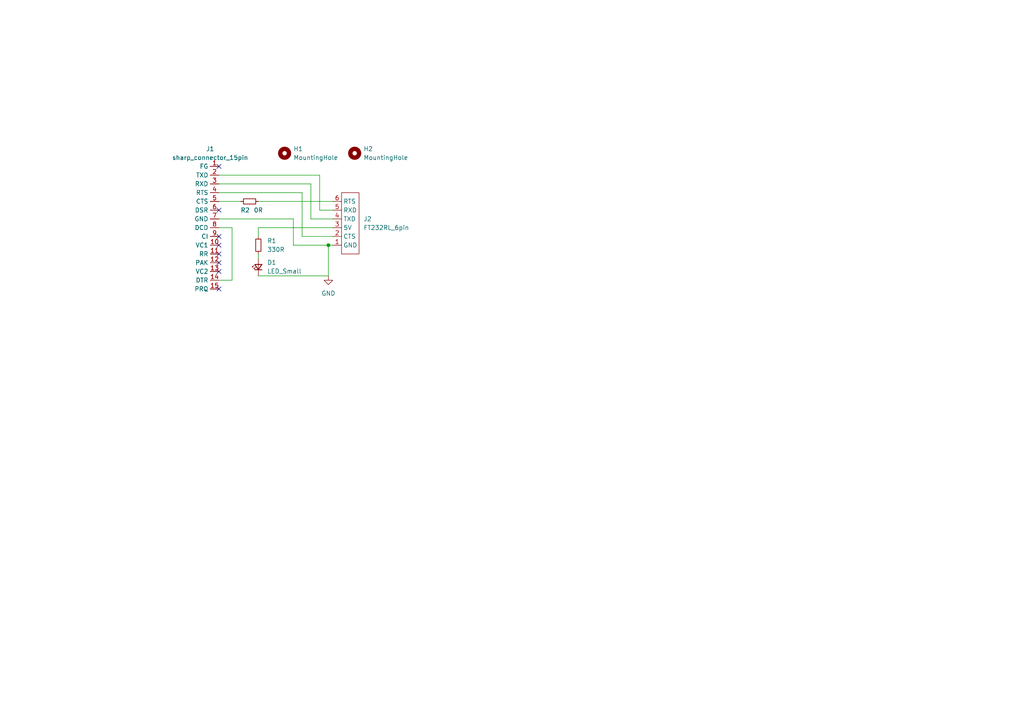
<source format=kicad_sch>
(kicad_sch (version 20211123) (generator eeschema)
  (paper "A4")
  (lib_symbols
    (symbol "Device:LED_Small" (pin_numbers hide) (pin_names (offset 0.254) hide)
      (property "Reference" "D" (at -1.27 3.175 0))
      (property "Value" "LED_Small" (at -4.445 -2.54 0))
      (symbol "LED_Small_0_1"
        (polyline (pts (xy -0.762 -1.016) (xy -0.762 1.016)) (stroke (width 0.254)))
        (polyline (pts (xy 1.016 0) (xy -0.762 0)))
        (polyline (pts (xy 0.762 -1.016) (xy -0.762 0) (xy 0.762 1.016) (xy 0.762 -1.016)) (stroke (width 0.254)))
        (polyline (pts (xy 0 0.762) (xy -0.508 1.27) (xy -0.254 1.27) (xy -0.508 1.27) (xy -0.508 1.016)))
        (polyline (pts (xy 0.508 1.27) (xy 0 1.778) (xy 0.254 1.778) (xy 0 1.778) (xy 0 1.524)))
      )
      (symbol "LED_Small_1_1"
        (pin passive line (at -2.54 0 0) (length 1.778) (name "K") (number "1"))
        (pin passive line (at 2.54 0 180) (length 1.778) (name "A") (number "2"))
      )
    )
    (symbol "Device:R_Small" (pin_numbers hide) (pin_names (offset 0.254) hide)
      (property "Reference" "R" (at 0.762 0.508 0))
      (property "Value" "R_Small" (at 0.762 -1.016 0))
      (symbol "R_Small_0_1"
        (rectangle (start -0.762 1.778) (end 0.762 -1.778) (stroke (width 0.2032)))
      )
      (symbol "R_Small_1_1"
        (pin passive line (at 0 2.54 270) (length 0.762) (name "~") (number "1"))
        (pin passive line (at 0 -2.54 90) (length 0.762) (name "~") (number "2"))
      )
    )
    (symbol "Mechanical:MountingHole" (pin_names (offset 1.016))
      (property "Reference" "H" (at 0 5.08 0))
      (property "Value" "MountingHole" (at 0 3.175 0))
      (symbol "MountingHole_0_1"
        (circle (center 0 0) (radius 1.27) (stroke (width 1.27)))
      )
    )
    (symbol "custom:FT232RL_6pin"
      (property "Reference" "J" (at 0 3.81 0))
      (property "Value" "FT232RL_6pin" (at 1.27 1.27 0))
      (symbol "FT232RL_6pin_0_1"
        (rectangle (start 0 0) (end -5.08 -17.78))
      )
      (symbol "FT232RL_6pin_1_1"
        (pin passive line (at 2.54 -2.54 180) (length 2.54) (name "GND") (number "1"))
        (pin passive line (at 2.54 -5.08 180) (length 2.54) (name "CTS") (number "2"))
        (pin passive line (at 2.54 -7.62 180) (length 2.54) (name "5V") (number "3"))
        (pin passive line (at 2.54 -10.16 180) (length 2.54) (name "TXD") (number "4"))
        (pin passive line (at 2.54 -12.7 180) (length 2.54) (name "RXD") (number "5"))
        (pin passive line (at 2.54 -15.24 180) (length 2.54) (name "RTS") (number "6"))
      )
    )
    (symbol "custom:sharp_connector_15pin"
      (property "Reference" "J" (at 0 0 0))
      (property "Value" "sharp_connector_15pin" (at 0 -1.27 0))
      (symbol "sharp_connector_15pin_1_1"
        (pin passive line (at 2.54 -5.08 180) (length 2.54) (name "FG") (number "1"))
        (pin passive line (at 2.54 -27.94 180) (length 2.54) (name "VC1") (number "10"))
        (pin passive line (at 2.54 -30.48 180) (length 2.54) (name "RR") (number "11"))
        (pin passive line (at 2.54 -33.02 180) (length 2.54) (name "PAK") (number "12"))
        (pin passive line (at 2.54 -35.56 180) (length 2.54) (name "VC2") (number "13"))
        (pin passive line (at 2.54 -38.1 180) (length 2.54) (name "DTR") (number "14"))
        (pin passive line (at 2.54 -40.64 180) (length 2.54) (name "PRQ") (number "15"))
        (pin passive line (at 2.54 -7.62 180) (length 2.54) (name "TXD") (number "2"))
        (pin passive line (at 2.54 -10.16 180) (length 2.54) (name "RXD") (number "3"))
        (pin passive line (at 2.54 -12.7 180) (length 2.54) (name "RTS") (number "4"))
        (pin passive line (at 2.54 -15.24 180) (length 2.54) (name "CTS") (number "5"))
        (pin passive line (at 2.54 -17.78 180) (length 2.54) (name "DSR") (number "6"))
        (pin passive line (at 2.54 -20.32 180) (length 2.54) (name "GND") (number "7"))
        (pin passive line (at 2.54 -22.86 180) (length 2.54) (name "DCD") (number "8"))
        (pin passive line (at 2.54 -25.4 180) (length 2.54) (name "CI") (number "9"))
      )
    )
    (symbol "power:GND" (power) (pin_names (offset 0))
      (property "Value" "GND" (at 0 -3.81 0))
      (symbol "GND_0_1"
        (polyline (pts (xy 0 0) (xy 0 -1.27) (xy 1.27 -1.27) (xy 0 -2.54) (xy -1.27 -1.27) (xy 0 -1.27)))
      )
      (symbol "GND_1_1"
        (pin power_in line (at 0 0 270) (length 0) hide (name "GND") (number "1"))
      )
    )
  )
  (junction (at 95.25 71.12))
  (no_connect (at 63.5 60.96))
  (no_connect (at 63.5 48.26))
  (no_connect (at 63.5 73.66))
  (no_connect (at 63.5 83.82))
  (no_connect (at 63.5 78.74))
  (no_connect (at 63.5 76.2))
  (no_connect (at 63.5 68.58))
  (no_connect (at 63.5 71.12))
  (wire (pts (xy 96.52 66.04) (xy 74.93 66.04)))
  (wire (pts (xy 90.17 63.5) (xy 96.52 63.5)))
  (wire (pts (xy 87.63 55.88) (xy 87.63 68.58)))
  (wire (pts (xy 87.63 68.58) (xy 96.52 68.58)))
  (wire (pts (xy 74.93 80.01) (xy 95.25 80.01)))
  (wire (pts (xy 74.93 73.66) (xy 74.93 74.93)))
  (wire (pts (xy 63.5 63.5) (xy 85.09 63.5)))
  (wire (pts (xy 92.71 60.96) (xy 96.52 60.96)))
  (wire (pts (xy 92.71 50.8) (xy 92.71 60.96)))
  (wire (pts (xy 63.5 66.04) (xy 67.31 66.04)))
  (wire (pts (xy 63.5 55.88) (xy 87.63 55.88)))
  (wire (pts (xy 95.25 71.12) (xy 95.25 80.01)))
  (wire (pts (xy 67.31 81.28) (xy 63.5 81.28)))
  (wire (pts (xy 90.17 53.34) (xy 90.17 63.5)))
  (wire (pts (xy 74.93 66.04) (xy 74.93 68.58)))
  (wire (pts (xy 74.93 58.42) (xy 96.52 58.42)))
  (wire (pts (xy 63.5 58.42) (xy 69.85 58.42)))
  (wire (pts (xy 67.31 66.04) (xy 67.31 81.28)))
  (wire (pts (xy 95.25 71.12) (xy 96.52 71.12)))
  (wire (pts (xy 85.09 63.5) (xy 85.09 71.12)))
  (wire (pts (xy 63.5 50.8) (xy 92.71 50.8)))
  (wire (pts (xy 63.5 53.34) (xy 90.17 53.34)))
  (wire (pts (xy 85.09 71.12) (xy 95.25 71.12)))
  (symbol (lib_id "Mechanical:MountingHole") (at 82.55 44.45 0) (unit 1)
    (property "Reference" "H1" (at 85.09 43.1799 0) (effects (justify left)))
    (property "Value" "MountingHole" (at 85.09 45.7199 0) (effects (justify left)))
    (property "Footprint" "MountingHole:MountingHole_3.2mm_M3" (effects hide))
  )
  (symbol (lib_id "Device:LED_Small") (at 74.93 77.47 90) (unit 1)
    (property "Reference" "D1" (at 77.47 76.1364 90) (effects (justify right)))
    (property "Value" "LED_Small" (at 77.47 78.6764 90) (effects (justify right)))
    (property "Footprint" "LED_THT:LED_D3.0mm" (effects hide))
  )
  (symbol (lib_id "power:GND") (at 95.25 80.01 0) (unit 1)
    (property "Reference" "#PWR0101" (effects hide))
    (property "Value" "GND" (at 95.25 85.09 0))
  )
  (symbol (lib_id "Mechanical:MountingHole") (at 102.87 44.45 0) (unit 1)
    (property "Reference" "H2" (at 105.41 43.1799 0) (effects (justify left)))
    (property "Value" "MountingHole" (at 105.41 45.7199 0) (effects (justify left)))
    (property "Footprint" "MountingHole:MountingHole_3.2mm_M3" (effects hide))
  )
  (symbol (lib_id "Device:R_Small") (at 74.93 71.12 0) (unit 1)
    (property "Reference" "R1" (at 77.47 69.8499 0) (effects (justify left)))
    (property "Value" "330R" (at 77.47 72.3899 0) (effects (justify left)))
    (property "Footprint" "Resistor_SMD:R_1206_3216Metric" (effects hide))
  )
  (symbol (lib_id "Device:R_Small") (at 72.39 58.42 90) (unit 1)
    (property "Reference" "R2" (at 71.12 60.96 90))
    (property "Value" "0R" (at 74.93 60.96 90))
    (property "Footprint" "Resistor_SMD:R_1206_3216Metric" (effects hide))
  )
  (symbol (lib_id "custom:FT232RL_6pin") (at 99.06 73.66 180) (unit 1)
    (property "Reference" "J2" (at 105.41 63.4999 0) (effects (justify right)))
    (property "Value" "FT232RL_6pin" (at 105.41 66.0399 0) (effects (justify right)))
    (property "Footprint" "custom:FT232RL_6pins" (effects hide))
  )
  (symbol (lib_id "custom:sharp_connector_15pin") (at 60.96 43.18 0) (unit 1)
    (property "Reference" "J1" (at 60.96 43.18 0))
    (property "Value" "sharp_connector_15pin" (at 60.96 45.72 0))
    (property "Footprint" "custom:sharp_connector_15pin" (effects hide))
  )
)
</source>
